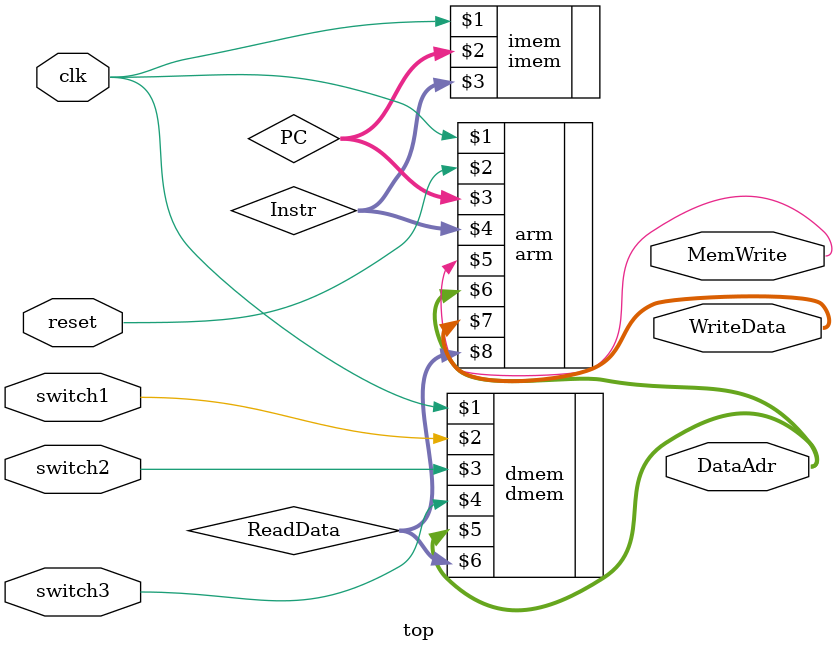
<source format=sv>
module top(input logic clk, reset, switch1, switch2, switch3,
		output logic [31:0] WriteData, DataAdr,
		output logic MemWrite);
	logic [31:0] PC, Instr, ReadData;
	// instantiate processor and memories
	arm arm(clk, reset, PC, Instr, MemWrite, DataAdr,
		WriteData, ReadData);
	imem imem(clk, PC, Instr);
	dmem dmem(clk, switch1, switch2, switch3, DataAdr, ReadData);
endmodule 
</source>
